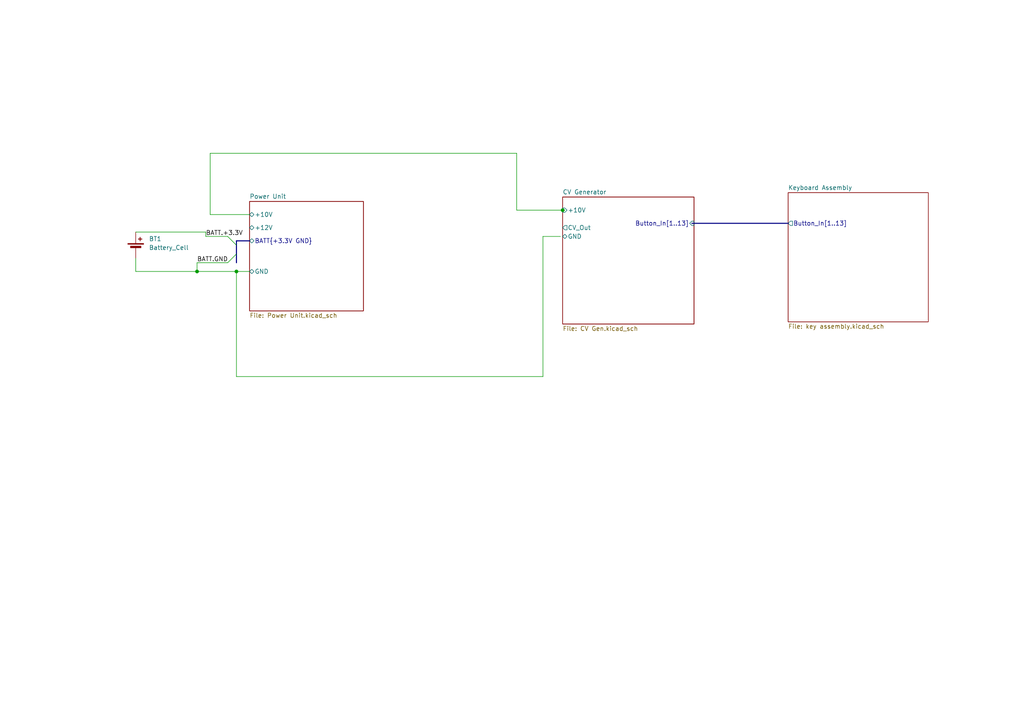
<source format=kicad_sch>
(kicad_sch (version 20250114) (generator "eeschema") (generator_version "9.0")
  (paper "A4")
  (lib_symbols
    (symbol "Device:Battery_Cell" (pin_numbers (hide yes)) (pin_names (offset 0) (hide yes))
      (property "Reference" "BT" (at 2.54 2.54 0))
      (property "Value" "Battery_Cell" (at 2.54 0 0))
      (symbol "Battery_Cell_0_1"
        (rectangle (start -2.286 1.778) (end 2.286 1.524) (fill (type outline)))
        (rectangle (start -1.524 1.016) (end 1.524 0.508) (fill (type outline)))
        (polyline (pts (xy 0 1.778) (xy 0 2.54)))
        (polyline (pts (xy 0 0.762) (xy 0 0)))
        (polyline (pts (xy 0.762 3.048) (xy 1.778 3.048)) (stroke (width 0.254)))
        (polyline (pts (xy 1.27 3.556) (xy 1.27 2.54)) (stroke (width 0.254)))
      )
      (symbol "Battery_Cell_1_1"
        (pin passive line (at 0 5.08 270) (length 2.54) (name "+") (number "1"))
        (pin passive line (at 0 -2.54 90) (length 2.54) (name "-") (number "2"))
      )
    )
  )
  (junction (at 68.58 78.74))
  (junction (at 57.15 78.74))
  (junction (at 163.195 60.96))
  (bus_entry (at 68.58 71.12) (size -2.54 -2.54))
  (bus_entry (at 68.58 73.66) (size -2.54 2.54))
  (wire (pts (xy 57.15 78.74) (xy 68.58 78.74)))
  (wire (pts (xy 162.56 68.58) (xy 157.48 68.58)))
  (bus (pts (xy 72.39 69.85) (xy 68.58 69.85)))
  (wire (pts (xy 157.48 68.58) (xy 157.48 109.22)))
  (bus (pts (xy 68.58 69.85) (xy 68.58 71.12)))
  (wire (pts (xy 163.195 60.96) (xy 149.86 60.96)))
  (wire (pts (xy 68.58 109.22) (xy 68.58 78.74)))
  (wire (pts (xy 149.86 60.96) (xy 149.86 44.45)))
  (wire (pts (xy 60.96 44.45) (xy 60.96 62.23)))
  (bus (pts (xy 68.58 71.12) (xy 68.58 73.66)))
  (wire (pts (xy 60.96 62.23) (xy 72.39 62.23)))
  (wire (pts (xy 39.37 74.93) (xy 39.37 78.74)))
  (wire (pts (xy 57.15 76.2) (xy 57.15 78.74)))
  (wire (pts (xy 68.58 78.74) (xy 72.39 78.74)))
  (wire (pts (xy 163.83 60.96) (xy 163.195 60.96)))
  (wire (pts (xy 59.69 67.31) (xy 59.69 68.58)))
  (bus (pts (xy 68.58 73.66) (xy 68.58 76.2)))
  (wire (pts (xy 149.86 44.45) (xy 60.96 44.45)))
  (wire (pts (xy 59.69 68.58) (xy 66.04 68.58)))
  (wire (pts (xy 39.37 67.31) (xy 59.69 67.31)))
  (bus (pts (xy 200.66 64.77) (xy 228.6 64.77)))
  (wire (pts (xy 39.37 78.74) (xy 57.15 78.74)))
  (wire (pts (xy 57.15 76.2) (xy 66.04 76.2)))
  (wire (pts (xy 157.48 109.22) (xy 68.58 109.22)))
  (label "BATT.+3.3V" (at 59.69 68.58 0))
  (label "BATT.GND" (at 57.15 76.2 0))
  (symbol (lib_id "Device:Battery_Cell") (at 39.37 72.39 0) (unit 1)
    (property "Reference" "BT1" (at 43.18 69.2784 0) (effects (justify left)))
    (property "Value" "Battery_Cell" (at 43.18 71.8184 0) (effects (justify left)))
    (property "Footprint" "Battery:Battery_Panasonic_CR2477-VCN_Vertical_CircularHoles" (effects (hide yes)))
    (property "Description" "Single-cell battery" (effects (hide yes)))
  )
  (sheet (at 228.6 55.88) (size 40.64 37.465) (stroke (width 0.1524))
    (property "Sheetname" "Keyboard Assembly" (at 228.6 55.1684 0) (effects (justify left bottom)))
    (property "Sheetfile" "key assembly.kicad_sch" (at 228.6 93.9296 0) (effects (justify left top)))
    (pin "Button_In[1..13]" output (at 228.6 64.77 180))
  )
  (sheet (at 163.195 57.15) (size 38.1 36.83) (stroke (width 0.1524))
    (property "Sheetname" "CV Generator" (at 163.195 56.4384 0) (effects (justify left bottom)))
    (property "Sheetfile" "CV Gen.kicad_sch" (at 163.195 94.5646 0) (effects (justify left top)))
    (pin "+10V" input (at 163.195 60.96 180))
    (pin "Button_In[1..13]" input (at 201.295 64.77 0))
    (pin "CV_Out" output (at 163.195 66.04 180))
    (pin "GND" bidirectional (at 163.195 68.58 180))
  )
  (sheet (at 72.39 58.42) (size 33.02 31.75) (stroke (width 0.1524))
    (property "Sheetname" "Power Unit" (at 72.39 57.7084 0) (effects (justify left bottom)))
    (property "Sheetfile" "Power Unit.kicad_sch" (at 72.39 90.7546 0) (effects (justify left top)))
    (pin "+10V" bidirectional (at 72.39 62.23 180))
    (pin "+12V" bidirectional (at 72.39 66.04 180))
    (pin "BATT{+3.3V GND}" bidirectional (at 72.39 69.85 180))
    (pin "GND" bidirectional (at 72.39 78.74 180))
  )
)
</source>
